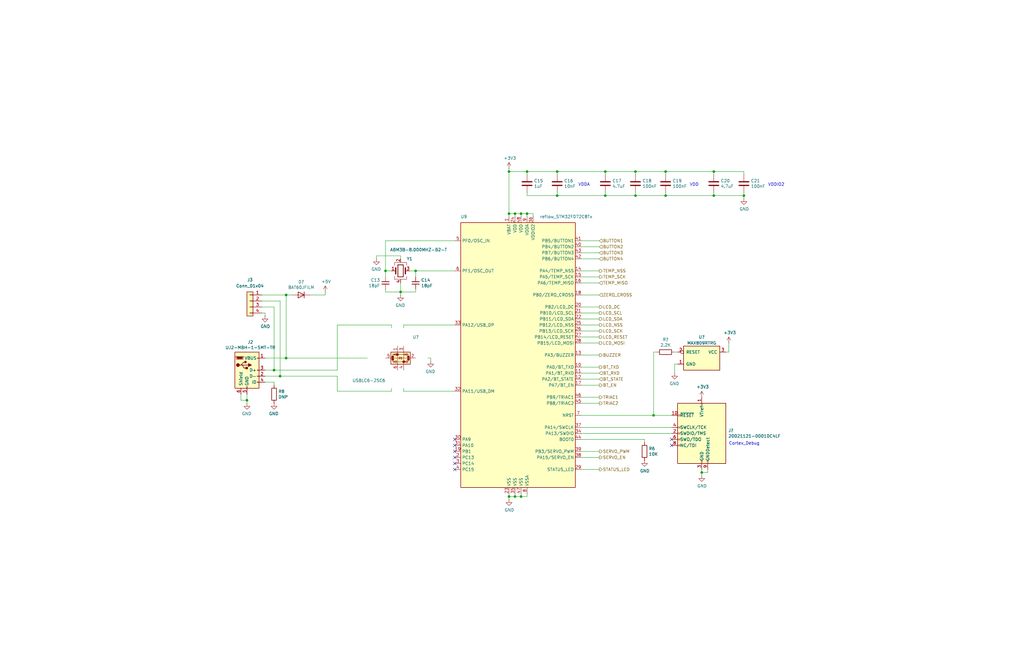
<source format=kicad_sch>
(kicad_sch (version 20250114) (generator "eeschema") (generator_version "9.0")
  (paper "USLedger")
  (lib_symbols
    (symbol "Connector:Conn_ARM_JTAG_SWD_10" (pin_names (offset 1.016))
      (property "Reference" "J" (at -2.54 16.51 0))
      (property "Value" "Conn_ARM_JTAG_SWD_10" (at -2.54 13.97 0))
      (symbol "Conn_ARM_JTAG_SWD_10_0_1"
        (rectangle (start -10.16 12.7) (end 10.16 -12.7) (stroke (width 0.254)) (fill (type background)))
        (rectangle (start -2.794 -12.7) (end -2.286 -11.684))
        (rectangle (start -0.254 12.7) (end 0.254 11.684))
        (rectangle (start -0.254 -12.7) (end 0.254 -11.684))
        (rectangle (start 9.144 2.286) (end 10.16 2.794))
        (rectangle (start 10.16 7.874) (end 9.144 7.366))
        (rectangle (start 10.16 -0.254) (end 9.144 0.254))
        (rectangle (start 10.16 -2.794) (end 9.144 -2.286))
      )
      (symbol "Conn_ARM_JTAG_SWD_10_1_1"
        (rectangle (start 9.144 -5.334) (end 10.16 -4.826))
        (pin no_connect line (at -10.16 0 0) (length 2.54) (hide yes) (name "KEY") (number "7"))
        (pin passive line (at -2.54 -15.24 90) (length 2.54) (name "GNDDetect") (number "9"))
        (pin power_in line (at 0 15.24 270) (length 2.54) (name "VTref") (number "1"))
        (pin power_in line (at 0 -15.24 90) (length 2.54) (name "GND") (number "3"))
        (pin passive line (at 0 -15.24 90) (length 2.54) (hide yes) (name "GND") (number "5"))
        (pin open_collector line (at 12.7 7.62 180) (length 2.54) (name "~{RESET}") (number "10"))
        (pin output line (at 12.7 2.54 180) (length 2.54) (name "SWCLK/TCK") (number "4"))
        (pin bidirectional line (at 12.7 0 180) (length 2.54) (name "SWDIO/TMS") (number "2"))
        (pin input line (at 12.7 -2.54 180) (length 2.54) (name "SWO/TDO") (number "6"))
        (pin output line (at 12.7 -5.08 180) (length 2.54) (name "NC/TDI") (number "8"))
      )
    )
    (symbol "Connector:USB_B_Mini" (pin_names (offset 1.016))
      (property "Reference" "J" (at -5.08 11.43 0))
      (property "Value" "USB_B_Mini" (at -5.08 8.89 0))
      (symbol "USB_B_Mini_0_1"
        (rectangle (start -5.08 -7.62) (end 5.08 7.62) (stroke (width 0.254)) (fill (type background)))
        (polyline (pts (xy -4.699 5.842) (xy -4.699 5.588) (xy -4.445 4.826) (xy -4.445 4.572) (xy -1.651 4.572) (xy -1.651 4.826) (xy -1.397 5.588) (xy -1.397 5.842) (xy -4.699 5.842)))
        (polyline (pts (xy -4.318 5.588) (xy -1.778 5.588) (xy -2.032 4.826) (xy -4.064 4.826) (xy -4.318 5.588)) (fill (type outline)))
        (circle (center -3.81 2.159) (radius 0.635) (stroke (width 0.254)) (fill (type outline)))
        (polyline (pts (xy -3.175 2.159) (xy -2.54 2.159) (xy -1.27 3.429) (xy -0.635 3.429)) (stroke (width 0.254)))
        (polyline (pts (xy -2.54 2.159) (xy -1.905 2.159) (xy -1.27 0.889) (xy 0 0.889)) (stroke (width 0.254)))
        (polyline (pts (xy -1.905 2.159) (xy 0.635 2.159)) (stroke (width 0.254)))
        (circle (center -0.635 3.429) (radius 0.381) (stroke (width 0.254)) (fill (type outline)))
        (rectangle (start -0.127 -7.62) (end 0.127 -6.858))
        (rectangle (start 0.254 1.27) (end -0.508 0.508) (stroke (width 0.254)) (fill (type outline)))
        (polyline (pts (xy 0.635 2.794) (xy 0.635 1.524) (xy 1.905 2.159) (xy 0.635 2.794)) (stroke (width 0.254)) (fill (type outline)))
        (rectangle (start 5.08 4.953) (end 4.318 5.207))
        (rectangle (start 5.08 -0.127) (end 4.318 0.127))
        (rectangle (start 5.08 -2.667) (end 4.318 -2.413))
        (rectangle (start 5.08 -5.207) (end 4.318 -4.953))
      )
      (symbol "USB_B_Mini_1_1"
        (pin passive line (at -2.54 -10.16 90) (length 2.54) (name "Shield") (number "6"))
        (pin power_out line (at 0 -10.16 90) (length 2.54) (name "GND") (number "5"))
        (pin power_out line (at 7.62 5.08 180) (length 2.54) (name "VBUS") (number "1"))
        (pin bidirectional line (at 7.62 0 180) (length 2.54) (name "D+") (number "3"))
        (pin bidirectional line (at 7.62 -2.54 180) (length 2.54) (name "D-") (number "2"))
        (pin passive line (at 7.62 -5.08 180) (length 2.54) (name "ID") (number "4"))
      )
    )
    (symbol "Connector_Generic:Conn_01x04" (pin_names (offset 1.016) (hide yes))
      (property "Reference" "J" (at 0 5.08 0))
      (property "Value" "Conn_01x04" (at 0 -7.62 0))
      (symbol "Conn_01x04_1_1"
        (rectangle (start -1.27 3.81) (end 1.27 -6.35) (stroke (width 0.254)) (fill (type background)))
        (rectangle (start -1.27 2.667) (end 0 2.413) (stroke (width 0.1524)))
        (rectangle (start -1.27 0.127) (end 0 -0.127) (stroke (width 0.1524)))
        (rectangle (start -1.27 -2.413) (end 0 -2.667) (stroke (width 0.1524)))
        (rectangle (start -1.27 -4.953) (end 0 -5.207) (stroke (width 0.1524)))
        (pin passive line (at -5.08 2.54 0) (length 3.81) (name "Pin_1") (number "1"))
        (pin passive line (at -5.08 0 0) (length 3.81) (name "Pin_2") (number "2"))
        (pin passive line (at -5.08 -2.54 0) (length 3.81) (name "Pin_3") (number "3"))
        (pin passive line (at -5.08 -5.08 0) (length 3.81) (name "Pin_4") (number "4"))
      )
    )
    (symbol "Device:C" (pin_numbers (hide yes)) (pin_names (offset 0.254))
      (property "Reference" "C" (at 0.635 2.54 0))
      (property "Value" "C" (at 0.635 -2.54 0))
      (symbol "C_0_1"
        (polyline (pts (xy -2.032 0.762) (xy 2.032 0.762)) (stroke (width 0.508)))
        (polyline (pts (xy -2.032 -0.762) (xy 2.032 -0.762)) (stroke (width 0.508)))
      )
      (symbol "C_1_1"
        (pin passive line (at 0 3.81 270) (length 2.794) (name "~") (number "1"))
        (pin passive line (at 0 -3.81 90) (length 2.794) (name "~") (number "2"))
      )
    )
    (symbol "Device:C_Small" (pin_numbers (hide yes)) (pin_names (offset 0.254) (hide yes))
      (property "Reference" "C" (at 0.254 1.778 0))
      (property "Value" "C_Small" (at 0.254 -2.032 0))
      (symbol "C_Small_0_1"
        (polyline (pts (xy -1.524 0.508) (xy 1.524 0.508)) (stroke (width 0.3048)))
        (polyline (pts (xy -1.524 -0.508) (xy 1.524 -0.508)) (stroke (width 0.3302)))
      )
      (symbol "C_Small_1_1"
        (pin passive line (at 0 2.54 270) (length 2.032) (name "~") (number "1"))
        (pin passive line (at 0 -2.54 90) (length 2.032) (name "~") (number "2"))
      )
    )
    (symbol "Device:Crystal_GND24" (pin_names (offset 1.016) (hide yes))
      (property "Reference" "Y" (at 3.175 5.08 0))
      (property "Value" "Crystal_GND24" (at 3.175 3.175 0))
      (symbol "Crystal_GND24_0_1"
        (polyline (pts (xy -2.54 2.286) (xy -2.54 3.556) (xy 2.54 3.556) (xy 2.54 2.286)))
        (polyline (pts (xy -2.54 0) (xy -2.032 0)))
        (polyline (pts (xy -2.54 -2.286) (xy -2.54 -3.556) (xy 2.54 -3.556) (xy 2.54 -2.286)))
        (polyline (pts (xy -2.032 -1.27) (xy -2.032 1.27)) (stroke (width 0.508)))
        (rectangle (start -1.143 2.54) (end 1.143 -2.54) (stroke (width 0.3048)))
        (polyline (pts (xy 0 3.556) (xy 0 3.81)))
        (polyline (pts (xy 0 -3.81) (xy 0 -3.556)))
        (polyline (pts (xy 2.032 0) (xy 2.54 0)))
        (polyline (pts (xy 2.032 -1.27) (xy 2.032 1.27)) (stroke (width 0.508)))
      )
      (symbol "Crystal_GND24_1_1"
        (pin passive line (at -3.81 0 0) (length 1.27) (name "1") (number "1"))
        (pin passive line (at 0 5.08 270) (length 1.27) (name "2") (number "2"))
        (pin passive line (at 0 -5.08 90) (length 1.27) (name "4") (number "4"))
        (pin passive line (at 3.81 0 180) (length 1.27) (name "3") (number "3"))
      )
    )
    (symbol "Device:D" (pin_numbers (hide yes)) (pin_names (offset 1.016) (hide yes))
      (property "Reference" "D" (at 0 2.54 0))
      (property "Value" "D" (at 0 -2.54 0))
      (symbol "D_0_1"
        (polyline (pts (xy -1.27 1.27) (xy -1.27 -1.27)) (stroke (width 0.254)))
        (polyline (pts (xy 1.27 1.27) (xy 1.27 -1.27) (xy -1.27 0) (xy 1.27 1.27)) (stroke (width 0.254)))
        (polyline (pts (xy 1.27 0) (xy -1.27 0)))
      )
      (symbol "D_1_1"
        (pin passive line (at -3.81 0 0) (length 2.54) (name "K") (number "1"))
        (pin passive line (at 3.81 0 180) (length 2.54) (name "A") (number "2"))
      )
    )
    (symbol "Device:R" (pin_numbers (hide yes)) (pin_names (offset 0))
      (property "Reference" "R" (at 2.032 0 90))
      (property "Value" "R" (at 0 0 90))
      (symbol "R_0_1"
        (rectangle (start -1.016 -2.54) (end 1.016 2.54) (stroke (width 0.254)))
      )
      (symbol "R_1_1"
        (pin passive line (at 0 3.81 270) (length 1.27) (name "~") (number "1"))
        (pin passive line (at 0 -3.81 90) (length 1.27) (name "~") (number "2"))
      )
    )
    (symbol "Power_Protection:USBLC6-2SC6" (pin_names (hide yes))
      (property "Reference" "U" (at 0.635 5.715 0))
      (property "Value" "USBLC6-2SC6" (at 0.635 3.81 0))
      (symbol "USBLC6-2SC6_0_0"
        (circle (center -1.524 0) (radius 0.0001) (stroke (width 0.508)))
        (circle (center -0.508 2.032) (radius 0.0001) (stroke (width 0.508)))
        (circle (center -0.508 -4.572) (radius 0.0001) (stroke (width 0.508)))
        (circle (center 0.508 2.032) (radius 0.0001) (stroke (width 0.508)))
        (circle (center 0.508 -4.572) (radius 0.0001) (stroke (width 0.508)))
        (circle (center 1.524 -2.54) (radius 0.0001) (stroke (width 0.508)))
      )
      (symbol "USBLC6-2SC6_0_1"
        (polyline (pts (xy -2.54 0) (xy 2.54 0)))
        (polyline (pts (xy -2.54 -2.54) (xy 2.54 -2.54)))
        (polyline (pts (xy -2.032 0.508) (xy -1.016 0.508) (xy -1.524 1.524) (xy -2.032 0.508)))
        (polyline (pts (xy -2.032 -3.048) (xy -1.016 -3.048)))
        (polyline (pts (xy -1.016 1.524) (xy -2.032 1.524)))
        (polyline (pts (xy -1.016 -4.064) (xy -2.032 -4.064) (xy -1.524 -3.048) (xy -1.016 -4.064)))
        (polyline (pts (xy -0.508 -1.143) (xy -0.508 -0.762) (xy 0.508 -0.762)))
        (polyline (pts (xy 0 2.54) (xy -0.508 2.032) (xy 0.508 2.032) (xy 0 1.524) (xy 0 -4.064) (xy -0.508 -4.572) (xy 0.508 -4.572) (xy 0 -5.08)))
        (polyline (pts (xy 0.508 -1.778) (xy -0.508 -1.778) (xy 0 -0.762) (xy 0.508 -1.778)))
        (polyline (pts (xy 1.016 1.524) (xy 2.032 1.524)))
        (polyline (pts (xy 1.016 -3.048) (xy 2.032 -3.048)))
        (polyline (pts (xy 2.032 0.508) (xy 1.016 0.508) (xy 1.524 1.524) (xy 2.032 0.508)))
        (polyline (pts (xy 2.032 -4.064) (xy 1.016 -4.064) (xy 1.524 -3.048) (xy 2.032 -4.064)))
      )
      (symbol "USBLC6-2SC6_1_1"
        (rectangle (start -2.54 2.794) (end 2.54 -5.334) (stroke (width 0.254)) (fill (type background)))
        (polyline (pts (xy -0.508 2.032) (xy -1.524 2.032) (xy -1.524 -4.572) (xy -0.508 -4.572)))
        (polyline (pts (xy 0.508 -4.572) (xy 1.524 -4.572) (xy 1.524 2.032) (xy 0.508 2.032)))
        (pin passive line (at -5.08 0 0) (length 2.54) (name "I/O1") (number "1"))
        (pin passive line (at -5.08 -2.54 0) (length 2.54) (name "I/O2") (number "3"))
        (pin passive line (at 0 5.08 270) (length 2.54) (name "VBUS") (number "5"))
        (pin passive line (at 0 -7.62 90) (length 2.54) (name "GND") (number "2"))
        (pin passive line (at 5.08 0 180) (length 2.54) (name "I/O1") (number "6"))
        (pin passive line (at 5.08 -2.54 180) (length 2.54) (name "I/O2") (number "4"))
      )
    )
    (symbol "power:+3V3" (power) (pin_numbers (hide yes)) (pin_names (offset 0) (hide yes))
      (property "Value" "+3V3" (at 0 3.556 0))
      (symbol "+3V3_0_1"
        (polyline (pts (xy -0.762 1.27) (xy 0 2.54)))
        (polyline (pts (xy 0 2.54) (xy 0.762 1.27)))
        (polyline (pts (xy 0 0) (xy 0 2.54)))
      )
      (symbol "+3V3_1_1"
        (pin power_in line (at 0 0 90) (length 0) (name "~") (number "1"))
      )
    )
    (symbol "power:+5V" (power) (pin_numbers (hide yes)) (pin_names (offset 0) (hide yes))
      (property "Value" "+5V" (at 0 3.556 0))
      (symbol "+5V_0_1"
        (polyline (pts (xy -0.762 1.27) (xy 0 2.54)))
        (polyline (pts (xy 0 2.54) (xy 0.762 1.27)))
        (polyline (pts (xy 0 0) (xy 0 2.54)))
      )
      (symbol "+5V_1_1"
        (pin power_in line (at 0 0 90) (length 0) (name "~") (number "1"))
      )
    )
    (symbol "power:GND" (power) (pin_numbers (hide yes)) (pin_names (offset 0) (hide yes))
      (property "Value" "GND" (at 0 -3.81 0))
      (symbol "GND_0_1"
        (polyline (pts (xy 0 0) (xy 0 -1.27) (xy 1.27 -1.27) (xy 0 -2.54) (xy -1.27 -1.27) (xy 0 -1.27)))
      )
      (symbol "GND_1_1"
        (pin power_in line (at 0 0 270) (length 0) (name "~") (number "1"))
      )
    )
    (symbol "win:MAX809" (pin_names (offset 1.016))
      (property "Reference" "U" (at 0 8.89 0))
      (property "Value" "MAX809" (at 0 6.35 0))
      (symbol "MAX809_1_0"
        (rectangle (start -7.62 -5.08) (end 7.62 5.08) (stroke (width 0.254)) (fill (type background)))
      )
      (symbol "MAX809_1_1"
        (pin power_in line (at -10.16 2.54 0) (length 2.54) (name "VCC") (number "3"))
        (pin output inverted (at 10.16 2.54 180) (length 2.54) (name "RESET") (number "2"))
        (pin passive line (at 10.16 -2.54 180) (length 2.54) (name "GND") (number "1"))
      )
    )
    (symbol "win:reflow_STM32F072C8Tx"
      (property "Reference" "U" (at -15.24 39.37 0))
      (property "Value" "reflow_STM32F072C8Tx" (at 7.62 39.37 0))
      (symbol "reflow_STM32F072C8Tx_0_1"
        (rectangle (start -25.4 -73.66) (end 22.86 38.1) (stroke (width 0.254)) (fill (type background)))
      )
      (symbol "reflow_STM32F072C8Tx_1_1"
        (pin input line (at -27.94 30.48 0) (length 2.54) (name "PF0/OSC_IN") (number "5"))
        (pin input line (at -27.94 17.78 0) (length 2.54) (name "PF1/OSC_OUT") (number "6"))
        (pin bidirectional line (at -27.94 -5.08 0) (length 2.54) (name "PA12/USB_DP") (number "33"))
        (pin bidirectional line (at -27.94 -33.02 0) (length 2.54) (name "PA11/USB_DM") (number "32"))
        (pin bidirectional line (at -27.94 -53.34 0) (length 2.54) (name "PA9") (number "30"))
        (pin bidirectional line (at -27.94 -55.88 0) (length 2.54) (name "PA10") (number "31"))
        (pin bidirectional line (at -27.94 -58.42 0) (length 2.54) (name "PB1") (number "19"))
        (pin bidirectional line (at -27.94 -60.96 0) (length 2.54) (name "PC13") (number "2"))
        (pin bidirectional line (at -27.94 -63.5 0) (length 2.54) (name "PC14") (number "3"))
        (pin bidirectional line (at -27.94 -66.04 0) (length 2.54) (name "PC15") (number "4"))
        (pin power_in line (at -5.08 40.64 270) (length 2.54) (name "VBAT") (number "1"))
        (pin power_in line (at -5.08 -76.2 90) (length 2.54) (name "VSS") (number "23"))
        (pin power_in line (at -2.54 40.64 270) (length 2.54) (name "VDD") (number "24"))
        (pin power_in line (at -2.54 -76.2 90) (length 2.54) (name "VSS") (number "35"))
        (pin power_in line (at 0 40.64 270) (length 2.54) (name "VDD") (number "48"))
        (pin power_in line (at 0 -76.2 90) (length 2.54) (name "VSS") (number "47"))
        (pin power_in line (at 2.54 40.64 270) (length 2.54) (name "VDDA") (number "9"))
        (pin power_in line (at 2.54 -76.2 90) (length 2.54) (name "VSSA") (number "8"))
        (pin power_in line (at 5.08 40.64 270) (length 2.54) (name "VDDIO2") (number "36"))
        (pin bidirectional line (at 25.4 30.48 180) (length 2.54) (name "PB5/BUTTON1") (number "41"))
        (pin bidirectional line (at 25.4 27.94 180) (length 2.54) (name "PB4/BUTTON2") (number "40"))
        (pin bidirectional line (at 25.4 25.4 180) (length 2.54) (name "PB7/BUTTON3") (number "43"))
        (pin bidirectional line (at 25.4 22.86 180) (length 2.54) (name "PB6/BUTTON4") (number "42"))
        (pin bidirectional line (at 25.4 17.78 180) (length 2.54) (name "PA4/TEMP_NSS") (number "14"))
        (pin bidirectional line (at 25.4 15.24 180) (length 2.54) (name "PA5/TEMP_SCK") (number "15"))
        (pin bidirectional line (at 25.4 12.7 180) (length 2.54) (name "PA6/TEMP_MISO") (number "16"))
        (pin bidirectional line (at 25.4 7.62 180) (length 2.54) (name "PB0/ZERO_CROSS") (number "18"))
        (pin bidirectional line (at 25.4 2.54 180) (length 2.54) (name "PB2/LCD_DC") (number "20"))
        (pin bidirectional line (at 25.4 0 180) (length 2.54) (name "PB10/LCD_SCL") (number "21"))
        (pin bidirectional line (at 25.4 -2.54 180) (length 2.54) (name "PB11/LCD_SDA") (number "22"))
        (pin bidirectional line (at 25.4 -5.08 180) (length 2.54) (name "PB12/LCD_NSS") (number "25"))
        (pin bidirectional line (at 25.4 -7.62 180) (length 2.54) (name "PB13/LCD_SCK") (number "26"))
        (pin bidirectional line (at 25.4 -10.16 180) (length 2.54) (name "PB14/LCD_RESET") (number "27"))
        (pin bidirectional line (at 25.4 -12.7 180) (length 2.54) (name "PB15/LCD_MOSI") (number "28"))
        (pin bidirectional line (at 25.4 -17.78 180) (length 2.54) (name "PA3/BUZZER") (number "13"))
        (pin bidirectional line (at 25.4 -22.86 180) (length 2.54) (name "PA0/BT_TXD") (number "10"))
        (pin bidirectional line (at 25.4 -25.4 180) (length 2.54) (name "PA1/BT_RXD") (number "11"))
        (pin bidirectional line (at 25.4 -27.94 180) (length 2.54) (name "PA2/BT_STATE") (number "12"))
        (pin bidirectional line (at 25.4 -30.48 180) (length 2.54) (name "PA7/BT_EN") (number "17"))
        (pin bidirectional line (at 25.4 -35.56 180) (length 2.54) (name "PB9/TRIAC1") (number "46"))
        (pin bidirectional line (at 25.4 -38.1 180) (length 2.54) (name "PB8/TRIAC2") (number "45"))
        (pin input line (at 25.4 -43.18 180) (length 2.54) (name "NRST") (number "7"))
        (pin bidirectional line (at 25.4 -48.26 180) (length 2.54) (name "PA14/SWCLK") (number "37"))
        (pin bidirectional line (at 25.4 -50.8 180) (length 2.54) (name "PA13/SWDIO") (number "34"))
        (pin input line (at 25.4 -53.34 180) (length 2.54) (name "BOOT0") (number "44"))
        (pin bidirectional line (at 25.4 -58.42 180) (length 2.54) (name "PB3/SERVO_PWM") (number "39"))
        (pin bidirectional line (at 25.4 -60.96 180) (length 2.54) (name "PA15/SERVO_EN") (number "38"))
        (pin bidirectional line (at 25.4 -66.04 180) (length 2.54) (name "STATUS_LED") (number "29"))
      )
    )
  )
  (text "VDDIO2" (at 323.85 78.74 0) (effects (font (size 1.27 1.27)) (justify left bottom)))
  (text "VDD" (at 290.83 78.74 0) (effects (font (size 1.27 1.27)) (justify left bottom)))
  (text "VDDA" (at 243.84 78.74 0) (effects (font (size 1.27 1.27)) (justify left bottom)))
  (text "Cortex_Debug" (at 307.34 187.96 0) (effects (font (size 1.27 1.27)) (justify left bottom)))
  (junction (at 219.71 209.55))
  (junction (at 280.67 82.55))
  (junction (at 162.56 114.3))
  (junction (at 118.11 158.75))
  (junction (at 255.27 72.39))
  (junction (at 300.99 82.55))
  (junction (at 222.25 90.17))
  (junction (at 267.97 72.39))
  (junction (at 222.25 72.39))
  (junction (at 280.67 72.39))
  (junction (at 104.14 168.91))
  (junction (at 217.17 90.17))
  (junction (at 120.65 124.46))
  (junction (at 267.97 82.55))
  (junction (at 120.65 151.13))
  (junction (at 214.63 209.55))
  (junction (at 217.17 209.55))
  (junction (at 168.91 123.19))
  (junction (at 234.95 82.55))
  (junction (at 175.26 114.3))
  (junction (at 295.91 199.39))
  (junction (at 234.95 72.39))
  (junction (at 275.59 175.26))
  (junction (at 255.27 82.55))
  (junction (at 300.99 72.39))
  (junction (at 214.63 72.39))
  (junction (at 115.57 156.21))
  (junction (at 214.63 90.17))
  (junction (at 313.69 82.55))
  (junction (at 219.71 90.17))
  (no_connect (at 191.77 198.12))
  (no_connect (at 191.77 195.58))
  (no_connect (at 283.21 187.96))
  (no_connect (at 191.77 190.5))
  (no_connect (at 191.77 187.96))
  (no_connect (at 283.21 185.42))
  (no_connect (at 191.77 185.42))
  (no_connect (at 191.77 193.04))
  (wire (pts (xy 275.59 175.26) (xy 283.21 175.26)))
  (wire (pts (xy 165.1 165.1) (xy 142.24 165.1)))
  (wire (pts (xy 162.56 101.6) (xy 191.77 101.6)))
  (wire (pts (xy 300.99 72.39) (xy 280.67 72.39)))
  (wire (pts (xy 222.25 81.28) (xy 222.25 82.55)))
  (wire (pts (xy 214.63 72.39) (xy 214.63 90.17)))
  (wire (pts (xy 245.11 101.6) (xy 252.73 101.6)))
  (wire (pts (xy 313.69 83.82) (xy 313.69 82.55)))
  (wire (pts (xy 245.11 104.14) (xy 252.73 104.14)))
  (wire (pts (xy 245.11 190.5) (xy 252.73 190.5)))
  (wire (pts (xy 158.75 107.95) (xy 158.75 109.22)))
  (wire (pts (xy 110.49 124.46) (xy 120.65 124.46)))
  (wire (pts (xy 162.56 123.19) (xy 168.91 123.19)))
  (wire (pts (xy 271.78 185.42) (xy 245.11 185.42)))
  (wire (pts (xy 111.76 151.13) (xy 120.65 151.13)))
  (wire (pts (xy 217.17 91.44) (xy 217.17 90.17)))
  (wire (pts (xy 118.11 158.75) (xy 142.24 158.75)))
  (wire (pts (xy 222.25 82.55) (xy 234.95 82.55)))
  (wire (pts (xy 255.27 82.55) (xy 234.95 82.55)))
  (wire (pts (xy 170.18 165.1) (xy 191.77 165.1)))
  (wire (pts (xy 214.63 71.12) (xy 214.63 72.39)))
  (wire (pts (xy 245.11 119.38) (xy 252.73 119.38)))
  (wire (pts (xy 181.61 152.4) (xy 181.61 151.13)))
  (wire (pts (xy 313.69 73.66) (xy 313.69 72.39)))
  (wire (pts (xy 307.34 148.59) (xy 307.34 144.78)))
  (wire (pts (xy 142.24 137.16) (xy 142.24 156.21)))
  (wire (pts (xy 285.75 148.59) (xy 284.48 148.59)))
  (wire (pts (xy 245.11 129.54) (xy 252.73 129.54)))
  (wire (pts (xy 162.56 101.6) (xy 162.56 114.3)))
  (wire (pts (xy 118.11 127) (xy 118.11 158.75)))
  (wire (pts (xy 111.76 132.08) (xy 110.49 132.08)))
  (wire (pts (xy 295.91 199.39) (xy 295.91 198.12)))
  (wire (pts (xy 181.61 151.13) (xy 180.34 151.13)))
  (wire (pts (xy 252.73 198.12) (xy 245.11 198.12)))
  (wire (pts (xy 255.27 72.39) (xy 234.95 72.39)))
  (wire (pts (xy 165.1 137.16) (xy 142.24 137.16)))
  (wire (pts (xy 214.63 209.55) (xy 217.17 209.55)))
  (wire (pts (xy 284.48 157.48) (xy 284.48 153.67)))
  (wire (pts (xy 280.67 73.66) (xy 280.67 72.39)))
  (wire (pts (xy 168.91 109.22) (xy 168.91 107.95)))
  (wire (pts (xy 222.25 90.17) (xy 224.79 90.17)))
  (wire (pts (xy 219.71 208.28) (xy 219.71 209.55)))
  (wire (pts (xy 120.65 151.13) (xy 120.65 124.46)))
  (wire (pts (xy 217.17 209.55) (xy 217.17 208.28)))
  (wire (pts (xy 111.76 133.35) (xy 111.76 132.08)))
  (wire (pts (xy 245.11 162.56) (xy 252.73 162.56)))
  (wire (pts (xy 283.21 180.34) (xy 245.11 180.34)))
  (wire (pts (xy 245.11 116.84) (xy 252.73 116.84)))
  (wire (pts (xy 234.95 72.39) (xy 234.95 73.66)))
  (wire (pts (xy 245.11 109.22) (xy 252.73 109.22)))
  (wire (pts (xy 245.11 132.08) (xy 252.73 132.08)))
  (wire (pts (xy 307.34 148.59) (xy 306.07 148.59)))
  (wire (pts (xy 313.69 82.55) (xy 300.99 82.55)))
  (wire (pts (xy 222.25 73.66) (xy 222.25 72.39)))
  (wire (pts (xy 280.67 72.39) (xy 267.97 72.39)))
  (wire (pts (xy 120.65 124.46) (xy 123.19 124.46)))
  (wire (pts (xy 313.69 72.39) (xy 300.99 72.39)))
  (wire (pts (xy 224.79 90.17) (xy 224.79 91.44)))
  (wire (pts (xy 245.11 149.86) (xy 252.73 149.86)))
  (wire (pts (xy 255.27 82.55) (xy 255.27 81.28)))
  (wire (pts (xy 137.16 124.46) (xy 130.81 124.46)))
  (wire (pts (xy 170.18 165.1) (xy 170.18 163.83)))
  (wire (pts (xy 162.56 114.3) (xy 162.56 116.84)))
  (wire (pts (xy 267.97 73.66) (xy 267.97 72.39)))
  (wire (pts (xy 300.99 73.66) (xy 300.99 72.39)))
  (wire (pts (xy 137.16 123.19) (xy 137.16 124.46)))
  (wire (pts (xy 120.65 151.13) (xy 154.94 151.13)))
  (wire (pts (xy 172.72 114.3) (xy 175.26 114.3)))
  (wire (pts (xy 168.91 107.95) (xy 158.75 107.95)))
  (wire (pts (xy 115.57 156.21) (xy 115.57 129.54)))
  (wire (pts (xy 280.67 81.28) (xy 280.67 82.55)))
  (wire (pts (xy 104.14 170.18) (xy 104.14 168.91)))
  (wire (pts (xy 234.95 81.28) (xy 234.95 82.55)))
  (wire (pts (xy 245.11 139.7) (xy 252.73 139.7)))
  (wire (pts (xy 234.95 72.39) (xy 222.25 72.39)))
  (wire (pts (xy 214.63 210.82) (xy 214.63 209.55)))
  (wire (pts (xy 110.49 127) (xy 118.11 127)))
  (wire (pts (xy 191.77 137.16) (xy 170.18 137.16)))
  (wire (pts (xy 111.76 161.29) (xy 115.57 161.29)))
  (wire (pts (xy 219.71 209.55) (xy 222.25 209.55)))
  (wire (pts (xy 245.11 160.02) (xy 252.73 160.02)))
  (wire (pts (xy 142.24 165.1) (xy 142.24 158.75)))
  (wire (pts (xy 104.14 168.91) (xy 101.6 168.91)))
  (wire (pts (xy 245.11 144.78) (xy 252.73 144.78)))
  (wire (pts (xy 245.11 137.16) (xy 252.73 137.16)))
  (wire (pts (xy 313.69 81.28) (xy 313.69 82.55)))
  (wire (pts (xy 162.56 114.3) (xy 165.1 114.3)))
  (wire (pts (xy 245.11 142.24) (xy 252.73 142.24)))
  (wire (pts (xy 267.97 72.39) (xy 255.27 72.39)))
  (wire (pts (xy 214.63 90.17) (xy 217.17 90.17)))
  (wire (pts (xy 267.97 81.28) (xy 267.97 82.55)))
  (wire (pts (xy 111.76 158.75) (xy 118.11 158.75)))
  (wire (pts (xy 165.1 165.1) (xy 165.1 163.83)))
  (wire (pts (xy 245.11 106.68) (xy 252.73 106.68)))
  (wire (pts (xy 222.25 91.44) (xy 222.25 90.17)))
  (wire (pts (xy 170.18 137.16) (xy 170.18 138.43)))
  (wire (pts (xy 275.59 148.59) (xy 276.86 148.59)))
  (wire (pts (xy 245.11 167.64) (xy 252.73 167.64)))
  (wire (pts (xy 175.26 123.19) (xy 168.91 123.19)))
  (wire (pts (xy 245.11 134.62) (xy 252.73 134.62)))
  (wire (pts (xy 280.67 82.55) (xy 267.97 82.55)))
  (wire (pts (xy 104.14 168.91) (xy 104.14 166.37)))
  (wire (pts (xy 295.91 200.66) (xy 295.91 199.39)))
  (wire (pts (xy 222.25 72.39) (xy 214.63 72.39)))
  (wire (pts (xy 245.11 124.46) (xy 252.73 124.46)))
  (wire (pts (xy 280.67 82.55) (xy 300.99 82.55)))
  (wire (pts (xy 168.91 123.19) (xy 168.91 119.38)))
  (wire (pts (xy 101.6 168.91) (xy 101.6 166.37)))
  (wire (pts (xy 245.11 170.18) (xy 252.73 170.18)))
  (wire (pts (xy 115.57 161.29) (xy 115.57 162.56)))
  (wire (pts (xy 168.91 124.46) (xy 168.91 123.19)))
  (wire (pts (xy 245.11 182.88) (xy 283.21 182.88)))
  (wire (pts (xy 300.99 82.55) (xy 300.99 81.28)))
  (wire (pts (xy 295.91 199.39) (xy 298.45 199.39)))
  (wire (pts (xy 214.63 91.44) (xy 214.63 90.17)))
  (wire (pts (xy 275.59 148.59) (xy 275.59 175.26)))
  (wire (pts (xy 245.11 193.04) (xy 252.73 193.04)))
  (wire (pts (xy 217.17 209.55) (xy 219.71 209.55)))
  (wire (pts (xy 245.11 154.94) (xy 252.73 154.94)))
  (wire (pts (xy 111.76 156.21) (xy 115.57 156.21)))
  (wire (pts (xy 175.26 114.3) (xy 175.26 116.84)))
  (wire (pts (xy 219.71 91.44) (xy 219.71 90.17)))
  (wire (pts (xy 219.71 90.17) (xy 222.25 90.17)))
  (wire (pts (xy 175.26 114.3) (xy 191.77 114.3)))
  (wire (pts (xy 222.25 209.55) (xy 222.25 208.28)))
  (wire (pts (xy 271.78 186.69) (xy 271.78 185.42)))
  (wire (pts (xy 175.26 121.92) (xy 175.26 123.19)))
  (wire (pts (xy 245.11 114.3) (xy 252.73 114.3)))
  (wire (pts (xy 115.57 156.21) (xy 142.24 156.21)))
  (wire (pts (xy 245.11 175.26) (xy 275.59 175.26)))
  (wire (pts (xy 165.1 137.16) (xy 165.1 138.43)))
  (wire (pts (xy 267.97 82.55) (xy 255.27 82.55)))
  (wire (pts (xy 162.56 121.92) (xy 162.56 123.19)))
  (wire (pts (xy 214.63 209.55) (xy 214.63 208.28)))
  (wire (pts (xy 245.11 157.48) (xy 252.73 157.48)))
  (wire (pts (xy 115.57 129.54) (xy 110.49 129.54)))
  (wire (pts (xy 298.45 199.39) (xy 298.45 198.12)))
  (wire (pts (xy 217.17 90.17) (xy 219.71 90.17)))
  (wire (pts (xy 255.27 73.66) (xy 255.27 72.39)))
  (wire (pts (xy 284.48 153.67) (xy 285.75 153.67)))
  (hierarchical_label "SERVO_EN" (shape output) (at 252.73 193.04 0))
  (hierarchical_label "LCD_SDA" (shape output) (at 252.73 134.62 0))
  (hierarchical_label "BUTTON2" (shape input) (at 252.73 104.14 0))
  (hierarchical_label "BUZZER" (shape output) (at 252.73 149.86 0))
  (hierarchical_label "SERVO_PWM" (shape output) (at 252.73 190.5 0))
  (hierarchical_label "BT_RXD" (shape input) (at 252.73 157.48 0))
  (hierarchical_label "TEMP_NSS" (shape output) (at 252.73 114.3 0))
  (hierarchical_label "BT_EN" (shape output) (at 252.73 162.56 0))
  (hierarchical_label "BT_STATE" (shape input) (at 252.73 160.02 0))
  (hierarchical_label "TRIAC2" (shape output) (at 252.73 170.18 0))
  (hierarchical_label "LCD_SCL" (shape output) (at 252.73 132.08 0))
  (hierarchical_label "TRIAC1" (shape output) (at 252.73 167.64 0))
  (hierarchical_label "BUTTON3" (shape input) (at 252.73 106.68 0))
  (hierarchical_label "BUTTON4" (shape input) (at 252.73 109.22 0))
  (hierarchical_label "TEMP_MISO" (shape input) (at 252.73 119.38 0))
  (hierarchical_label "STATUS_LED" (shape output) (at 252.73 198.12 0))
  (hierarchical_label "TEMP_SCK" (shape output) (at 252.73 116.84 0))
  (hierarchical_label "ZERO_CROSS" (shape input) (at 252.73 124.46 0))
  (hierarchical_label "LCD_DC" (shape output) (at 252.73 129.54 0))
  (hierarchical_label "LCD_RESET" (shape output) (at 252.73 142.24 0))
  (hierarchical_label "LCD_SCK" (shape output) (at 252.73 139.7 0))
  (hierarchical_label "BUTTON1" (shape input) (at 252.73 101.6 0))
  (hierarchical_label "LCD_MOSI" (shape output) (at 252.73 144.78 0))
  (hierarchical_label "BT_TXD" (shape output) (at 252.73 154.94 0))
  (hierarchical_label "LCD_NSS" (shape output) (at 252.73 137.16 0))
  (symbol (lib_id "Device:C_Small") (at 175.26 119.38 180) (unit 1)
    (property "Reference" "C14" (at 177.5714 118.1862 0) (effects (justify right)))
    (property "Value" "18pF" (at 177.5714 120.5484 0) (effects (justify right)))
    (property "Footprint" "Capacitor_SMD:C_0603_1608Metric" (effects (hide yes)))
    (property "internal_part" "81" (effects (hide yes)))
  )
  (symbol (lib_id "Device:C_Small") (at 162.56 119.38 0) (mirror y) (unit 1)
    (property "Reference" "C13" (at 160.2486 118.1862 0) (effects (justify left)))
    (property "Value" "18pF" (at 160.2486 120.5484 0) (effects (justify left)))
    (property "Footprint" "Capacitor_SMD:C_0603_1608Metric" (effects (hide yes)))
    (property "internal_part" "81" (effects (hide yes)))
  )
  (symbol (lib_id "Device:Crystal_GND24") (at 168.91 114.3 0) (unit 1)
    (property "Reference" "Y1" (at 171.45 109.22 0) (effects (justify left)))
    (property "Value" "ABM3B-8.000MHZ-B2-T" (at 176.53 105.41 0))
    (property "Footprint" "win:Crystal_Abracon_ABM3B-8.000MHZ-B2-T" (effects (hide yes)))
    (property "internal_part" "99" (effects (hide yes)))
  )
  (symbol (lib_id "Device:C") (at 222.25 77.47 0) (unit 1)
    (property "Reference" "C15" (at 225.171 76.3016 0) (effects (justify left)))
    (property "Value" "1uF" (at 225.171 78.613 0) (effects (justify left)))
    (property "Footprint" "Capacitor_SMD:C_0603_1608Metric" (effects (hide yes)))
  )
  (symbol (lib_id "Device:C") (at 234.95 77.47 180) (unit 1)
    (property "Reference" "C16" (at 237.871 76.3016 0) (effects (justify right)))
    (property "Value" "10nF" (at 237.871 78.613 0) (effects (justify right)))
    (property "Footprint" "Capacitor_SMD:C_0603_1608Metric" (effects (hide yes)))
  )
  (symbol (lib_id "Device:C") (at 255.27 77.47 180) (unit 1)
    (property "Reference" "C17" (at 258.191 76.3016 0) (effects (justify right)))
    (property "Value" "4.7uF" (at 258.191 78.613 0) (effects (justify right)))
    (property "Footprint" "Capacitor_SMD:C_0805_2012Metric" (effects (hide yes)))
  )
  (symbol (lib_id "Device:C") (at 280.67 77.47 0) (unit 1)
    (property "Reference" "C19" (at 283.591 76.3016 0) (effects (justify left)))
    (property "Value" "100nF" (at 283.591 78.613 0) (effects (justify left)))
    (property "Footprint" "Capacitor_SMD:C_0603_1608Metric" (effects (hide yes)))
  )
  (symbol (lib_id "Device:C") (at 267.97 77.47 0) (unit 1)
    (property "Reference" "C18" (at 270.891 76.3016 0) (effects (justify left)))
    (property "Value" "100nF" (at 270.891 78.613 0) (effects (justify left)))
    (property "Footprint" "Capacitor_SMD:C_0603_1608Metric" (effects (hide yes)))
  )
  (symbol (lib_id "Power_Protection:USBLC6-2SC6") (at 167.64 151.13 90) (mirror x) (unit 1)
    (property "Reference" "U5" (at 173.99 142.24 90) (effects (justify right)))
    (property "Value" "USBLC6-2SC6" (at 162.56 161.29 90) (effects (justify left bottom)))
    (property "Footprint" "Package_TO_SOT_SMD:SOT-23-6" (effects (hide yes)))
    (property "Datasheet" "http://www2.st.com/resource/en/datasheet/CD00050750.pdf" (effects (hide yes)))
    (instances (project "" (path "" (reference "U?") (unit 1)) (path "" (reference "U5") (unit 1))))
  )
  (symbol (lib_id "power:GND") (at 181.61 152.4 0) (mirror y) (unit 1)
    (property "Reference" "#PWR06" (effects (hide yes)))
    (property "Value" "GND" (at 181.483 156.7942 0))
  )
  (symbol (lib_id "win:MAX809") (at 295.91 151.13 0) (mirror y) (unit 1)
    (property "Reference" "U10" (at 295.91 142.24 0))
    (property "Value" "MAX809RTRG" (at 295.91 144.78 0))
    (property "Footprint" "Package_TO_SOT_SMD:SOT-23" (effects (hide yes)))
    (property "internal_part" "105" (effects (hide yes)))
    (instances (project "" (path "" (reference "U?") (unit 1)) (path "" (reference "U10") (unit 1))))
  )
  (symbol (lib_id "Device:R") (at 280.67 148.59 90) (mirror x) (unit 1)
    (property "Reference" "R7" (at 280.67 143.3322 90))
    (property "Value" "2.2K" (at 280.67 145.6436 90))
    (property "Footprint" "Resistor_SMD:R_0603_1608Metric" (effects (hide yes)))
    (property "internal_part" "80" (effects (hide yes)))
    (instances (project "" (path "" (reference "R?") (unit 1)) (path "" (reference "R7") (unit 1))))
  )
  (symbol (lib_id "power:GND") (at 295.91 200.66 0) (unit 1)
    (property "Reference" "#PWR037" (effects (hide yes)))
    (property "Value" "GND" (at 296.037 205.0542 0))
  )
  (symbol (lib_id "power:GND") (at 284.48 157.48 0) (mirror y) (unit 1)
    (property "Reference" "#PWR034" (effects (hide yes)))
    (property "Value" "GND" (at 284.353 161.8742 0))
  )
  (symbol (lib_id "power:GND") (at 104.14 170.18 0) (mirror y) (unit 1)
    (property "Reference" "#PWR02" (effects (hide yes)))
    (property "Value" "GND" (at 104.013 174.5742 0))
  )
  (symbol (lib_id "Connector:Conn_ARM_JTAG_SWD_10") (at 295.91 182.88 0) (mirror y) (unit 1)
    (property "Reference" "J11" (at 307.086 181.7116 0) (effects (justify right)))
    (property "Value" "20021121-00010C4LF" (at 307.086 184.023 0) (effects (justify right)))
    (property "Footprint" "Connector_PinHeader_1.27mm:PinHeader_2x05_P1.27mm_Vertical_SMD" (effects (hide yes)))
    (property "Datasheet" "http://infocenter.arm.com/help/topic/com.arm.doc.faqs/attached/13634/cortex_debug_connectors.pdf" (effects (hide yes)))
    (instances (project "" (path "" (reference "J?") (unit 1)) (path "" (reference "J11") (unit 1))))
  )
  (symbol (lib_id "power:GND") (at 168.91 124.46 0) (mirror y) (unit 1)
    (property "Reference" "#PWR05" (effects (hide yes)))
    (property "Value" "GND" (at 168.783 128.8542 0))
  )
  (symbol (lib_id "power:GND") (at 158.75 109.22 0) (mirror y) (unit 1)
    (property "Reference" "#PWR04" (effects (hide yes)))
    (property "Value" "GND" (at 158.623 113.6142 0))
  )
  (symbol (lib_id "power:+3V3") (at 307.34 144.78 0) (unit 1)
    (property "Reference" "#PWR038" (effects (hide yes)))
    (property "Value" "+3V3" (at 307.721 140.3858 0))
  )
  (symbol (lib_id "power:+3V3") (at 295.91 167.64 0) (unit 1)
    (property "Reference" "#PWR036" (effects (hide yes)))
    (property "Value" "+3V3" (at 296.291 163.2458 0))
  )
  (symbol (lib_id "Device:D") (at 127 124.46 180) (unit 1)
    (property "Reference" "D2" (at 127 118.9736 0))
    (property "Value" "BAT60JFILM" (at 127 121.285 0))
    (property "Footprint" "Diode_SMD:D_SOD-323" (effects (hide yes)))
    (instances (project "" (path "" (reference "D?") (unit 1)) (path "" (reference "D2") (unit 1))))
  )
  (symbol (lib_id "power:GND") (at 111.76 133.35 0) (unit 1)
    (property "Reference" "#PWR044" (effects (hide yes)))
    (property "Value" "GND" (at 111.887 137.7442 0))
  )
  (symbol (lib_id "Connector_Generic:Conn_01x04") (at 105.41 127 0) (mirror y) (unit 1)
    (property "Reference" "J3" (at 105.41 118.11 0))
    (property "Value" "Conn_01x04" (at 105.41 120.65 0))
    (property "Footprint" "Connector_PinHeader_2.54mm:PinHeader_1x04_P2.54mm_Vertical" (effects (hide yes)))
  )
  (symbol (lib_id "power:+5V") (at 137.16 123.19 0) (unit 1)
    (property "Reference" "#PWR045" (effects (hide yes)))
    (property "Value" "+5V" (at 137.541 118.7958 0))
  )
  (symbol (lib_id "Device:C") (at 313.69 77.47 0) (unit 1)
    (property "Reference" "C21" (at 316.611 76.3016 0) (effects (justify left)))
    (property "Value" "100nF" (at 316.611 78.613 0) (effects (justify left)))
    (property "Footprint" "Capacitor_SMD:C_0603_1608Metric" (effects (hide yes)))
  )
  (symbol (lib_id "Device:C") (at 300.99 77.47 180) (unit 1)
    (property "Reference" "C20" (at 303.911 76.3016 0) (effects (justify right)))
    (property "Value" "4.7uF" (at 303.911 78.613 0) (effects (justify right)))
    (property "Footprint" "Capacitor_SMD:C_0805_2012Metric" (effects (hide yes)))
  )
  (symbol (lib_id "power:GND") (at 313.69 83.82 0) (unit 1)
    (property "Reference" "#PWR035" (effects (hide yes)))
    (property "Value" "GND" (at 313.817 88.2142 0))
  )
  (symbol (lib_id "win:reflow_STM32F072C8Tx") (at 219.71 132.08 0) (unit 1)
    (property "Reference" "U9" (at 195.58 91.44 0))
    (property "Value" "reflow_STM32F072C8Tx" (at 238.76 91.44 0))
    (property "Footprint" "Package_QFP:LQFP-48_7x7mm_P0.5mm" (effects (hide yes)))
    (property "Datasheet" "http://www.st.com/st-web-ui/static/active/en/resource/technical/document/datasheet/DM00090510.pdf" (effects (hide yes)))
  )
  (symbol (lib_id "power:+3V3") (at 214.63 71.12 0) (unit 1)
    (property "Reference" "#PWR07" (effects (hide yes)))
    (property "Value" "+3V3" (at 215.011 66.7258 0))
  )
  (symbol (lib_id "power:GND") (at 214.63 210.82 0) (unit 1)
    (property "Reference" "#PWR08" (effects (hide yes)))
    (property "Value" "GND" (at 214.757 215.2142 0))
  )
  (symbol (lib_id "Connector:USB_B_Mini") (at 104.14 156.21 0) (unit 1)
    (property "Reference" "J2" (at 105.5878 144.3482 0))
    (property "Value" "UJ2-MBH-1-SMT-TR" (at 105.5878 146.6596 0))
    (property "Footprint" "Connector_USB:USB_Mini-B_Lumberg_2486_01_Horizontal" (effects (hide yes)))
  )
  (symbol (lib_id "Device:R") (at 115.57 166.37 0) (unit 1)
    (property "Reference" "R8" (at 117.348 165.2016 0) (effects (justify left)))
    (property "Value" "DNP" (at 117.348 167.513 0) (effects (justify left)))
    (property "Footprint" "Resistor_SMD:R_0603_1608Metric" (effects (hide yes)))
  )
  (symbol (lib_id "power:GND") (at 115.57 170.18 0) (mirror y) (unit 1)
    (property "Reference" "#PWR0101" (effects (hide yes)))
    (property "Value" "GND" (at 115.443 174.5742 0))
  )
  (symbol (lib_id "Device:R") (at 271.78 190.5 0) (unit 1)
    (property "Reference" "R6" (at 273.558 189.3316 0) (effects (justify left)))
    (property "Value" "10K" (at 273.558 191.643 0) (effects (justify left)))
    (property "Footprint" "Resistor_SMD:R_0603_1608Metric" (effects (hide yes)))
  )
  (symbol (lib_id "power:GND") (at 271.78 194.31 0) (unit 1)
    (property "Reference" "#PWR020" (effects (hide yes)))
    (property "Value" "GND" (at 271.907 198.7042 0))
  )
)
</source>
